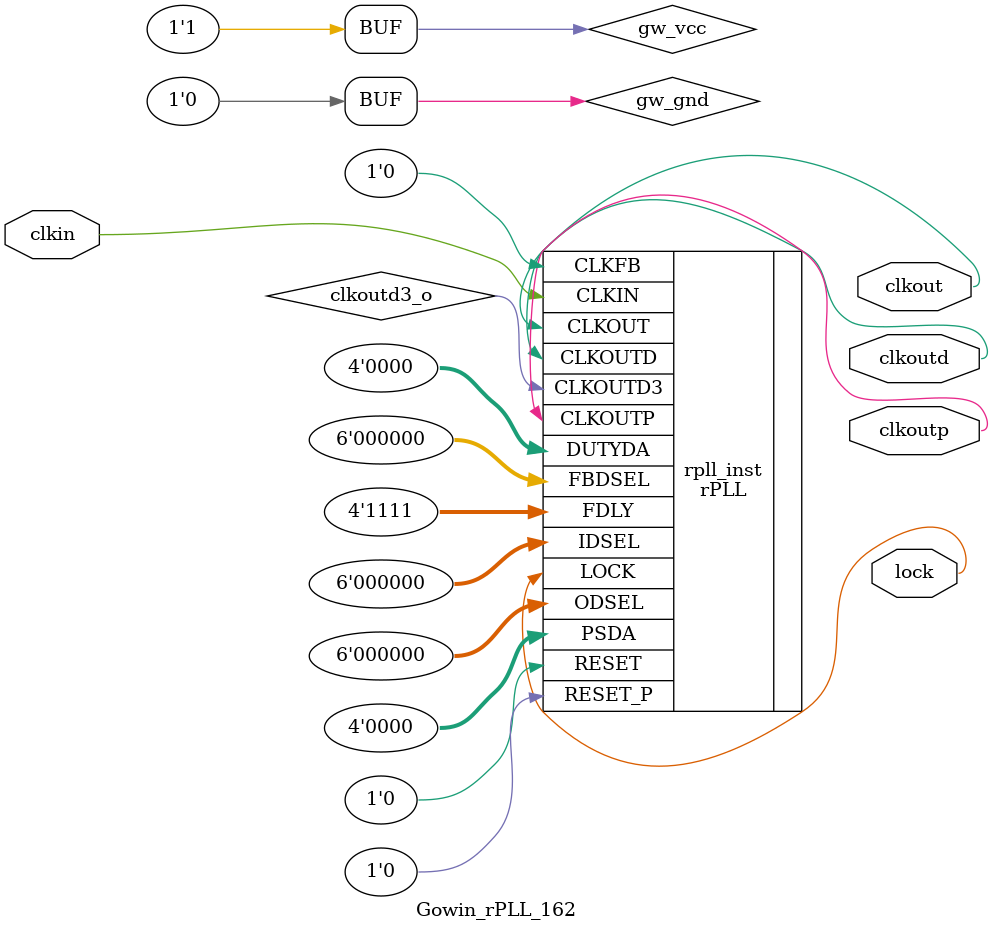
<source format=v>

module Gowin_rPLL_162 (clkout, lock, clkoutp, clkoutd, clkin);

output clkout;
output lock;
output clkoutp;
output clkoutd;
input clkin;

wire clkoutd3_o;
wire gw_vcc;
wire gw_gnd;

assign gw_vcc = 1'b1;
assign gw_gnd = 1'b0;

rPLL rpll_inst (
    .CLKOUT(clkout),
    .LOCK(lock),
    .CLKOUTP(clkoutp),
    .CLKOUTD(clkoutd),
    .CLKOUTD3(clkoutd3_o),
    .RESET(gw_gnd),
    .RESET_P(gw_gnd),
    .CLKIN(clkin),
    .CLKFB(gw_gnd),
    .FBDSEL({gw_gnd,gw_gnd,gw_gnd,gw_gnd,gw_gnd,gw_gnd}),
    .IDSEL({gw_gnd,gw_gnd,gw_gnd,gw_gnd,gw_gnd,gw_gnd}),
    .ODSEL({gw_gnd,gw_gnd,gw_gnd,gw_gnd,gw_gnd,gw_gnd}),
    .PSDA({gw_gnd,gw_gnd,gw_gnd,gw_gnd}),
    .DUTYDA({gw_gnd,gw_gnd,gw_gnd,gw_gnd}),
    .FDLY({gw_vcc,gw_vcc,gw_vcc,gw_vcc})
);

defparam rpll_inst.FCLKIN = "27";
defparam rpll_inst.DYN_IDIV_SEL = "false";
defparam rpll_inst.IDIV_SEL = 0;
defparam rpll_inst.DYN_FBDIV_SEL = "false";
defparam rpll_inst.FBDIV_SEL = 5;
defparam rpll_inst.DYN_ODIV_SEL = "false";
defparam rpll_inst.ODIV_SEL = 4;
defparam rpll_inst.PSDA_SEL = "0100";
defparam rpll_inst.DYN_DA_EN = "false";
defparam rpll_inst.DUTYDA_SEL = "1000";
defparam rpll_inst.CLKOUT_FT_DIR = 1'b1;
defparam rpll_inst.CLKOUTP_FT_DIR = 1'b1;
defparam rpll_inst.CLKOUT_DLY_STEP = 0;
defparam rpll_inst.CLKOUTP_DLY_STEP = 0;
defparam rpll_inst.CLKFB_SEL = "internal";
defparam rpll_inst.CLKOUT_BYPASS = "false";
defparam rpll_inst.CLKOUTP_BYPASS = "false";
defparam rpll_inst.CLKOUTD_BYPASS = "false";
defparam rpll_inst.DYN_SDIV_SEL = 4;
defparam rpll_inst.CLKOUTD_SRC = "CLKOUT";
defparam rpll_inst.CLKOUTD3_SRC = "CLKOUT";
defparam rpll_inst.DEVICE = "GW2A-18C";

endmodule //Gowin_rPLL_162

</source>
